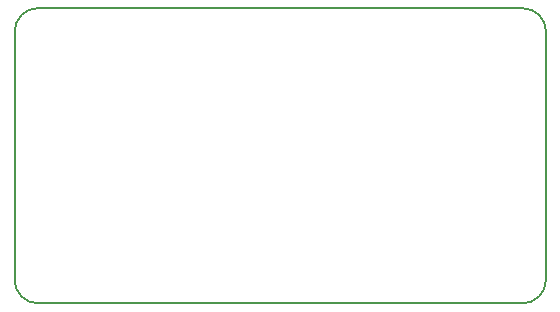
<source format=gbr>
G04 #@! TF.GenerationSoftware,KiCad,Pcbnew,5.0.1*
G04 #@! TF.CreationDate,2019-01-30T09:30:50+01:00*
G04 #@! TF.ProjectId,esp8266_rgb_strip_controller,657370383236365F736578795F737472,rev?*
G04 #@! TF.SameCoordinates,Original*
G04 #@! TF.FileFunction,Profile,NP*
%FSLAX46Y46*%
G04 Gerber Fmt 4.6, Leading zero omitted, Abs format (unit mm)*
G04 Created by KiCad (PCBNEW 5.0.1) date Wed 30 Jan 2019 09:30:50 AM CET*
%MOMM*%
%LPD*%
G01*
G04 APERTURE LIST*
%ADD10C,0.150000*%
%ADD11C,0.200000*%
G04 APERTURE END LIST*
D10*
X138000000Y-59000000D02*
G75*
G02X140000000Y-61000000I0J-2000000D01*
G01*
X140000000Y-82000000D02*
G75*
G02X138000000Y-84000000I-2000000J0D01*
G01*
X97000000Y-84000000D02*
G75*
G02X95000000Y-82000000I0J2000000D01*
G01*
X95000000Y-61000000D02*
G75*
G02X97000000Y-59000000I2000000J0D01*
G01*
D11*
X95000000Y-82000000D02*
X95000000Y-61000000D01*
X138000000Y-84000000D02*
X97000000Y-84000000D01*
X140000000Y-61000000D02*
X140000000Y-82000000D01*
X97000000Y-59000000D02*
X138000000Y-59000000D01*
M02*

</source>
